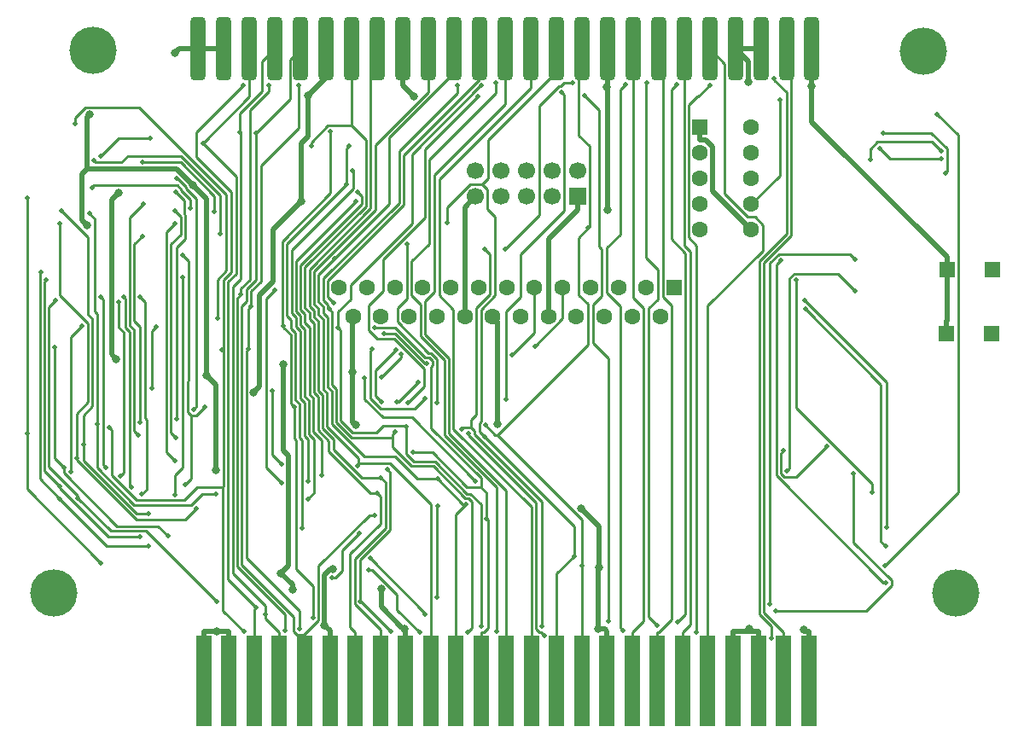
<source format=gbr>
%TF.GenerationSoftware,KiCad,Pcbnew,(6.0.2)*%
%TF.CreationDate,2022-12-30T16:08:33-06:00*%
%TF.ProjectId,REF1329_Altera,52454631-3332-4395-9f41-6c746572612e,rev?*%
%TF.SameCoordinates,Original*%
%TF.FileFunction,Copper,L2,Bot*%
%TF.FilePolarity,Positive*%
%FSLAX46Y46*%
G04 Gerber Fmt 4.6, Leading zero omitted, Abs format (unit mm)*
G04 Created by KiCad (PCBNEW (6.0.2)) date 2022-12-30 16:08:33*
%MOMM*%
%LPD*%
G01*
G04 APERTURE LIST*
G04 Aperture macros list*
%AMRoundRect*
0 Rectangle with rounded corners*
0 $1 Rounding radius*
0 $2 $3 $4 $5 $6 $7 $8 $9 X,Y pos of 4 corners*
0 Add a 4 corners polygon primitive as box body*
4,1,4,$2,$3,$4,$5,$6,$7,$8,$9,$2,$3,0*
0 Add four circle primitives for the rounded corners*
1,1,$1+$1,$2,$3*
1,1,$1+$1,$4,$5*
1,1,$1+$1,$6,$7*
1,1,$1+$1,$8,$9*
0 Add four rect primitives between the rounded corners*
20,1,$1+$1,$2,$3,$4,$5,0*
20,1,$1+$1,$4,$5,$6,$7,0*
20,1,$1+$1,$6,$7,$8,$9,0*
20,1,$1+$1,$8,$9,$2,$3,0*%
G04 Aperture macros list end*
%TA.AperFunction,SMDPad,CuDef*%
%ADD10RoundRect,0.375000X-0.375000X-2.750000X0.375000X-2.750000X0.375000X2.750000X-0.375000X2.750000X0*%
%TD*%
%TA.AperFunction,ComponentPad*%
%ADD11R,1.590000X1.590000*%
%TD*%
%TA.AperFunction,ComponentPad*%
%ADD12C,4.680000*%
%TD*%
%TA.AperFunction,ComponentPad*%
%ADD13R,1.600000X1.600000*%
%TD*%
%TA.AperFunction,ComponentPad*%
%ADD14C,1.600000*%
%TD*%
%TA.AperFunction,SMDPad,CuDef*%
%ADD15R,1.500000X9.000000*%
%TD*%
%TA.AperFunction,ComponentPad*%
%ADD16C,1.700000*%
%TD*%
%TA.AperFunction,ComponentPad*%
%ADD17R,1.700000X1.700000*%
%TD*%
%TA.AperFunction,ViaPad*%
%ADD18C,0.500000*%
%TD*%
%TA.AperFunction,ViaPad*%
%ADD19C,0.800000*%
%TD*%
%TA.AperFunction,Conductor*%
%ADD20C,0.250000*%
%TD*%
%TA.AperFunction,Conductor*%
%ADD21C,0.500000*%
%TD*%
G04 APERTURE END LIST*
D10*
%TO.P,J3,26,GND*%
%TO.N,/GND*%
X118842000Y-67717000D03*
%TO.P,J3,27,GND*%
X121379500Y-67717000D03*
%TO.P,J3,28,AD0*%
%TO.N,/AD0*%
X123917000Y-67717000D03*
%TO.P,J3,29,AD1*%
%TO.N,/AD1*%
X126454500Y-67717000D03*
%TO.P,J3,30,AD2*%
%TO.N,/AD2*%
X128992000Y-67717000D03*
%TO.P,J3,31,GND*%
%TO.N,/GND*%
X131529500Y-67717000D03*
%TO.P,J3,32,AD3*%
%TO.N,/AD3*%
X134067000Y-67717000D03*
%TO.P,J3,33,ALE_L*%
%TO.N,/ALE_L*%
X136604500Y-67717000D03*
%TO.P,J3,34,3.3V*%
%TO.N,/VCC*%
X139142000Y-67717000D03*
%TO.P,J3,35,ALE_H*%
%TO.N,/ALE_H*%
X141679500Y-67717000D03*
%TO.P,J3,36,AD4*%
%TO.N,/AD4*%
X144217000Y-67717000D03*
%TO.P,J3,37,AD5*%
%TO.N,/AD5*%
X146754500Y-67717000D03*
%TO.P,J3,38,12V*%
%TO.N,/12V_Rear*%
X149292000Y-67717000D03*
%TO.P,J3,39,12V*%
%TO.N,/UNUSED_Rear*%
X151829500Y-67717000D03*
%TO.P,J3,40,AD6*%
%TO.N,/AD6*%
X154367000Y-67717000D03*
%TO.P,J3,41,AD7*%
%TO.N,/AD7*%
X156904500Y-67717000D03*
%TO.P,J3,42,3.3V*%
%TO.N,/VCC*%
X159442000Y-67717000D03*
%TO.P,J3,43,CIC_14*%
%TO.N,/CIC_DATA2*%
X161979500Y-67717000D03*
%TO.P,J3,44,/INT1*%
%TO.N,/Unknown_1*%
X164517000Y-67717000D03*
%TO.P,J3,45,/NMI*%
%TO.N,/{slash}OS EVENT*%
X167054500Y-67717000D03*
%TO.P,J3,46,VIDEO_SYNC*%
%TO.N,/Unknown_2*%
X169592000Y-67717000D03*
%TO.P,J3,47,GND*%
%TO.N,/GND*%
X172129500Y-67717000D03*
%TO.P,J3,48,GND*%
X174667000Y-67717000D03*
%TO.P,J3,49,RAUDIO*%
%TO.N,/RAUDIO*%
X177204500Y-67717000D03*
%TO.P,J3,50,GND*%
%TO.N,/GND*%
X179742000Y-67717000D03*
%TD*%
D11*
%TO.P,SW1,1,1*%
%TO.N,/GND*%
X193086500Y-95977500D03*
X193126500Y-89627500D03*
%TO.P,SW1,2,2*%
%TO.N,/Button*%
X197572500Y-95980500D03*
X197611500Y-89628500D03*
%TD*%
D12*
%TO.P,Hole1,1*%
%TO.N,N/C*%
X108395000Y-67879000D03*
%TD*%
%TO.P,Hole2,1*%
%TO.N,N/C*%
X104544000Y-121691000D03*
%TD*%
D13*
%TO.P,U3,1,CA*%
%TO.N,/VCC*%
X168639500Y-75512500D03*
D14*
%TO.P,U3,2,F*%
%TO.N,/F*%
X168639500Y-78052500D03*
%TO.P,U3,3,G*%
%TO.N,/G*%
X168639500Y-80592500D03*
%TO.P,U3,4,E*%
%TO.N,/E*%
X168639500Y-83132500D03*
%TO.P,U3,5,D*%
%TO.N,/D*%
X168639500Y-85672500D03*
%TO.P,U3,6,CA*%
%TO.N,/VCC*%
X173719500Y-85672500D03*
%TO.P,U3,7,DP*%
%TO.N,/DP*%
X173719500Y-83132500D03*
%TO.P,U3,8,C*%
%TO.N,/C*%
X173719500Y-80592500D03*
%TO.P,U3,9,B*%
%TO.N,/B*%
X173719500Y-78052500D03*
%TO.P,U3,10,A*%
%TO.N,/A*%
X173719500Y-75512500D03*
%TD*%
D12*
%TO.P,Hole3,1*%
%TO.N,N/C*%
X190826000Y-67918000D03*
%TD*%
D15*
%TO.P,J4,26,GND*%
%TO.N,/GND*%
X119411500Y-130432000D03*
%TO.P,J4,27,GND*%
X121911500Y-130432000D03*
%TO.P,J4,28,AD0*%
%TO.N,/AD0*%
X124411500Y-130432000D03*
%TO.P,J4,29,AD1*%
%TO.N,/AD1*%
X126911500Y-130432000D03*
%TO.P,J4,30,AD2*%
%TO.N,/AD2*%
X129411500Y-130432000D03*
%TO.P,J4,31,GND*%
%TO.N,/GND*%
X131911500Y-130432000D03*
%TO.P,J4,32,AD3*%
%TO.N,/AD3*%
X134411500Y-130432000D03*
%TO.P,J4,33,ALE_L*%
%TO.N,/ALE_L*%
X136911500Y-130432000D03*
%TO.P,J4,34,3.3V*%
%TO.N,/VCC*%
X139411500Y-130432000D03*
%TO.P,J4,35,ALE_H*%
%TO.N,/ALE_H*%
X141911500Y-130432000D03*
%TO.P,J4,36,AD4*%
%TO.N,/AD4*%
X144411500Y-130432000D03*
%TO.P,J4,37,AD5*%
%TO.N,/AD5*%
X146911500Y-130432000D03*
%TO.P,J4,38,12V*%
%TO.N,/12V_Rear*%
X149411500Y-130432000D03*
%TO.P,J4,39,12V*%
%TO.N,/UNUSED_Rear*%
X151911500Y-130432000D03*
%TO.P,J4,40,AD6*%
%TO.N,/AD6*%
X154411500Y-130432000D03*
%TO.P,J4,41,AD7*%
%TO.N,/AD7*%
X156911500Y-130432000D03*
%TO.P,J4,42,3.3V*%
%TO.N,/VCC*%
X159411500Y-130432000D03*
%TO.P,J4,43,CIC_14*%
%TO.N,/CIC_DATA2*%
X161911500Y-130432000D03*
%TO.P,J4,44,/INT1*%
%TO.N,/Unknown_1*%
X164411500Y-130432000D03*
%TO.P,J4,45,/NMI*%
%TO.N,/{slash}OS EVENT*%
X166911500Y-130432000D03*
%TO.P,J4,46,VIDEO_SYNC*%
%TO.N,/Unknown_2*%
X169411500Y-130432000D03*
%TO.P,J4,47,GND*%
%TO.N,/GND*%
X171911500Y-130432000D03*
%TO.P,J4,48,GND*%
X174411500Y-130432000D03*
%TO.P,J4,49,RAUDIO*%
%TO.N,/RAUDIO*%
X176911500Y-130432000D03*
%TO.P,J4,50,GND*%
%TO.N,/GND*%
X179411500Y-130432000D03*
%TD*%
D12*
%TO.P,Hole4,1*%
%TO.N,N/C*%
X194001000Y-121736000D03*
%TD*%
D16*
%TO.P,J6,1,Pin_1*%
%TO.N,/TCK*%
X156510000Y-79820500D03*
D17*
%TO.P,J6,2,Pin_2*%
%TO.N,/GND*%
X156510000Y-82360500D03*
D16*
%TO.P,J6,3,Pin_3*%
%TO.N,/TDO*%
X153970000Y-79820500D03*
%TO.P,J6,4,Pin_4*%
%TO.N,/VCC*%
X153970000Y-82360500D03*
%TO.P,J6,5,Pin_5*%
%TO.N,/TMS*%
X151430000Y-79820500D03*
%TO.P,J6,6,Pin_6*%
%TO.N,unconnected-(J6-Pad6)*%
X151430000Y-82360500D03*
%TO.P,J6,7,Pin_7*%
%TO.N,unconnected-(J6-Pad7)*%
X148890000Y-79820500D03*
%TO.P,J6,8,Pin_8*%
%TO.N,unconnected-(J6-Pad8)*%
X148890000Y-82360500D03*
%TO.P,J6,9,Pin_9*%
%TO.N,/TDI*%
X146350000Y-79820500D03*
%TO.P,J6,10,Pin_10*%
%TO.N,/GND*%
X146350000Y-82360500D03*
%TD*%
D13*
%TO.P,J1,1,1*%
%TO.N,unconnected-(J1-Pad1)*%
X166066000Y-91391700D03*
D14*
%TO.P,J1,2,2*%
%TO.N,/PPort_2*%
X163296000Y-91391700D03*
%TO.P,J1,3,3*%
%TO.N,/PPort_3*%
X160526000Y-91391700D03*
%TO.P,J1,4,4*%
%TO.N,/PPort_4*%
X157756000Y-91391700D03*
%TO.P,J1,5,5*%
%TO.N,/PPort_5*%
X154986000Y-91391700D03*
%TO.P,J1,6,6*%
%TO.N,/PPort_6*%
X152216000Y-91391700D03*
%TO.P,J1,7,7*%
%TO.N,unconnected-(J1-Pad7)*%
X149446000Y-91391700D03*
%TO.P,J1,8,8*%
%TO.N,unconnected-(J1-Pad8)*%
X146676000Y-91391700D03*
%TO.P,J1,9,9*%
%TO.N,unconnected-(J1-Pad9)*%
X143906000Y-91391700D03*
%TO.P,J1,10,10*%
%TO.N,/PPort_10*%
X141136000Y-91391700D03*
%TO.P,J1,11,11*%
%TO.N,/PPort_11*%
X138366000Y-91391700D03*
%TO.P,J1,12,12*%
%TO.N,/PPort_12*%
X135596000Y-91391700D03*
%TO.P,J1,13,13*%
%TO.N,/PPort_13*%
X132826000Y-91391700D03*
%TO.P,J1,14,P14*%
%TO.N,unconnected-(J1-Pad14)*%
X164681000Y-94231700D03*
%TO.P,J1,15,P15*%
%TO.N,/PPort_15*%
X161911000Y-94231700D03*
%TO.P,J1,16,P16*%
%TO.N,unconnected-(J1-Pad16)*%
X159141000Y-94231700D03*
%TO.P,J1,17,P17*%
%TO.N,unconnected-(J1-Pad17)*%
X156371000Y-94231700D03*
%TO.P,J1,18,P18*%
%TO.N,/GND*%
X153601000Y-94231700D03*
%TO.P,J1,19,P19*%
X150831000Y-94231700D03*
%TO.P,J1,20,P20*%
X148061000Y-94231700D03*
%TO.P,J1,21,P21*%
X145291000Y-94231700D03*
%TO.P,J1,22,P22*%
X142521000Y-94231700D03*
%TO.P,J1,23,P23*%
X139751000Y-94231700D03*
%TO.P,J1,24,P24*%
X136981000Y-94231700D03*
%TO.P,J1,25,P25*%
X134211000Y-94231700D03*
%TD*%
D18*
%TO.N,/A18*%
X109210500Y-92354900D03*
X109653900Y-109277700D03*
%TO.N,/A16*%
X110959000Y-92829500D03*
X111158600Y-110139300D03*
%TO.N,/A15*%
X111476900Y-92357200D03*
X112263600Y-111228700D03*
%TO.N,/A12*%
X113091000Y-92318700D03*
X113267000Y-111914000D03*
%TO.N,/A7*%
X116509100Y-111928200D03*
X117296300Y-90359900D03*
%TO.N,/A6*%
X119521600Y-103250000D03*
X117296300Y-88204400D03*
X117531600Y-110965700D03*
%TO.N,/A5*%
X113086900Y-104795800D03*
X113302400Y-86287000D03*
%TO.N,/A4*%
X116518900Y-85016000D03*
X116526600Y-108544000D03*
%TO.N,/A3*%
X116636400Y-106272300D03*
X116521100Y-83784000D03*
%TO.N,/A2*%
X113399100Y-83107300D03*
X112886000Y-106001000D03*
%TO.N,/A1*%
X116711600Y-104414000D03*
X116584500Y-81879200D03*
%TO.N,/A0*%
X118389900Y-103462000D03*
X116668600Y-80584200D03*
%TO.N,/AD0*%
X119294100Y-77075000D03*
X124609000Y-123164200D03*
%TO.N,/AD1*%
X142496200Y-122169800D03*
X123003100Y-76019600D03*
X125513500Y-123833700D03*
X142598200Y-113085200D03*
%TO.N,/AD2*%
X124550500Y-76067600D03*
X136370300Y-113979800D03*
D19*
%TO.N,/GND*%
X110730900Y-98490500D03*
X134184100Y-99813200D03*
X148576500Y-104932100D03*
X134462600Y-105062400D03*
X132242400Y-119332600D03*
X179744000Y-71451000D03*
X131355600Y-124889600D03*
X124341500Y-101787500D03*
X173493200Y-125295900D03*
X116555300Y-68138000D03*
X120727000Y-125481900D03*
X178963700Y-125315800D03*
X129034700Y-82885200D03*
X110975200Y-81995500D03*
X129753500Y-72326400D03*
X173405100Y-70993100D03*
D18*
%TO.N,/AD3*%
X114069700Y-76616700D03*
X109159900Y-78371600D03*
X130050500Y-77340800D03*
X136600900Y-111774000D03*
%TO.N,/AD4*%
X121060300Y-86088200D03*
X108481100Y-78753100D03*
X142598000Y-110372200D03*
X132395400Y-88529300D03*
X145431300Y-112878800D03*
%TO.N,/AD5*%
X120790700Y-94421400D03*
X136324500Y-95370500D03*
X140199400Y-107774000D03*
X106671500Y-75130200D03*
X132290900Y-92954400D03*
X147481800Y-114318000D03*
%TO.N,/AD6*%
X113302900Y-78927700D03*
X120475600Y-83842700D03*
X156183500Y-118024900D03*
X147306800Y-106243000D03*
X143554300Y-84923700D03*
%TO.N,/AD7*%
X108304400Y-81488700D03*
X156911500Y-119014700D03*
X147348900Y-105057100D03*
X118082900Y-83483200D03*
X157552000Y-85499500D03*
%TO.N,/A10*%
X108044900Y-84024700D03*
X120609800Y-111871800D03*
X108829700Y-104966000D03*
%TO.N,/Output_Enable*%
X132100600Y-120182700D03*
X101886100Y-82476000D03*
X109198400Y-118724200D03*
X134814700Y-115805000D03*
X101854500Y-105893400D03*
%TO.N,/A11*%
X107462500Y-106986300D03*
X105298100Y-83783000D03*
X113879700Y-113847800D03*
%TO.N,/A9*%
X105086300Y-85015000D03*
X118626400Y-113324500D03*
X106772800Y-108298700D03*
%TO.N,/A8*%
X106188100Y-109668900D03*
X107295600Y-95194000D03*
X127105500Y-110774000D03*
X126457500Y-91610200D03*
%TO.N,/A13*%
X113050200Y-116150900D03*
X105097300Y-111124000D03*
X103716300Y-90668400D03*
%TO.N,/A14*%
X105102100Y-112355000D03*
X103266200Y-89866200D03*
X113911300Y-117012000D03*
%TO.N,/A17*%
X105504000Y-109243200D03*
X115840400Y-116074600D03*
X104614700Y-97361300D03*
%TO.N,/{slash}write*%
X104652300Y-92690000D03*
X120706900Y-122583300D03*
X137926900Y-125526600D03*
X134949800Y-122583300D03*
X106929300Y-112285800D03*
X137595600Y-109422000D03*
D19*
%TO.N,/VCC*%
X119655300Y-100117500D03*
X159418000Y-71460000D03*
X120625500Y-109495800D03*
X127301700Y-99048000D03*
X156848600Y-113316500D03*
X140214800Y-72408900D03*
X118334900Y-81246800D03*
X108041300Y-74228200D03*
X159491400Y-83673400D03*
X107829800Y-85233400D03*
X158573700Y-125270300D03*
X137014100Y-121320000D03*
X158627800Y-119200100D03*
X139314200Y-125260700D03*
X128229100Y-121333000D03*
X127077600Y-119741600D03*
D18*
%TO.N,/AD8*%
X114258600Y-101378500D03*
X155985000Y-71087000D03*
X147292900Y-87573300D03*
X149326300Y-87573300D03*
X114678000Y-95310100D03*
X144999300Y-105412200D03*
X152937600Y-124965000D03*
%TO.N,/AD9*%
X154903400Y-71974000D03*
X149354100Y-102510800D03*
X153180500Y-125897200D03*
X145654800Y-105833100D03*
%TO.N,/AD10*%
X146965600Y-125009500D03*
X132709300Y-95349500D03*
X146952300Y-71326400D03*
X139510200Y-105198000D03*
%TO.N,/AD11*%
X138397400Y-105726600D03*
X145611900Y-125606900D03*
X131827700Y-93529600D03*
X144529000Y-71320000D03*
%TO.N,/AD12*%
X131957800Y-75871200D03*
X127326300Y-95173500D03*
X130215000Y-124142100D03*
X128352000Y-103208900D03*
%TO.N,/AD13*%
X123780200Y-97521200D03*
X128814000Y-71303100D03*
X141389300Y-102378600D03*
X136125900Y-97521200D03*
X128924600Y-125283100D03*
X124041600Y-93215500D03*
%TO.N,/AD14*%
X125837200Y-71299500D03*
X142569400Y-102864300D03*
X127493700Y-125431500D03*
X123087300Y-92087200D03*
X139539200Y-87063700D03*
%TO.N,/AD15*%
X121231300Y-97566700D03*
X123389500Y-125557100D03*
X141512500Y-98901000D03*
X123289500Y-71332100D03*
X137316200Y-95934100D03*
X109999100Y-105268100D03*
%TO.N,/{slash}read_bottom*%
X135717900Y-119380300D03*
X140811400Y-125606900D03*
%TO.N,/{slash}COLD_RESET*%
X135893500Y-118263100D03*
X166429800Y-124556900D03*
X166286000Y-71240000D03*
X141326800Y-123842700D03*
%TO.N,/ALE_L*%
X136984500Y-110244600D03*
%TO.N,/ALE_H*%
X134682500Y-109048000D03*
%TO.N,/Button*%
X135362900Y-100329600D03*
X177285100Y-109607500D03*
X146313400Y-110577100D03*
X184051200Y-91719800D03*
%TO.N,/PPort_3*%
X140664600Y-100811300D03*
X138554700Y-102778000D03*
%TO.N,/PPort_4*%
X138482000Y-97536800D03*
X137059500Y-102736300D03*
%TO.N,/PPort_5*%
X138989800Y-98019400D03*
X137066900Y-100293200D03*
X152242500Y-97225800D03*
%TO.N,/PPort_6*%
X150005800Y-98089400D03*
%TO.N,/74HC164_DSA_DSB*%
X184020400Y-88597600D03*
X175536400Y-122808300D03*
%TO.N,/74HC164_CP*%
X187013000Y-118972700D03*
X192140200Y-74172700D03*
%TO.N,/74HC04*%
X183879400Y-109836400D03*
X176111600Y-123450000D03*
%TO.N,/{slash}read_top*%
X139612200Y-102829400D03*
X146567900Y-72448400D03*
%TO.N,/DP*%
X176589900Y-72806600D03*
%TO.N,/PPort_10*%
X187173200Y-115165500D03*
X179037900Y-92690000D03*
%TO.N,/PPort_11*%
X178206900Y-90651500D03*
X185717700Y-111736000D03*
%TO.N,/PPort_12*%
X179085500Y-93551000D03*
X187029900Y-117028700D03*
%TO.N,/PPort_13*%
X187072700Y-120685300D03*
X176641200Y-88695700D03*
%TO.N,/12V_Front*%
X148368600Y-71090800D03*
X148442800Y-125505200D03*
%TO.N,/UNUSED_Front*%
X157189300Y-72304800D03*
X159577300Y-124465700D03*
%TO.N,/CIC_DATA1*%
X161222000Y-71240000D03*
X160967000Y-125441600D03*
%TO.N,/1.6MHZ*%
X163331000Y-71082000D03*
X164396100Y-124942900D03*
%TO.N,/S_DAT*%
X169611000Y-71291500D03*
X168312300Y-125606900D03*
%TO.N,/LAUDIO*%
X176018648Y-70616400D03*
X175711998Y-126181400D03*
%TO.N,/74HC04-374*%
X176947700Y-107603000D03*
X181224400Y-107155700D03*
%TO.N,/Q1*%
X192993800Y-80025000D03*
X186827900Y-76041600D03*
%TO.N,/Q2*%
X192531400Y-78621800D03*
X186475300Y-77589300D03*
%TO.N,/Q3*%
X185540100Y-78676000D03*
X192529400Y-77807900D03*
%TO.N,/TDO*%
X133837100Y-77325700D03*
X129170100Y-115274000D03*
X133585800Y-81147400D03*
%TO.N,/TMS*%
X134668700Y-81938300D03*
X131129700Y-109999000D03*
%TO.N,/TDI*%
X129754800Y-110591000D03*
X134137900Y-79820500D03*
%TO.N,/TCK*%
X129754800Y-112350100D03*
X134463400Y-82874200D03*
%TO.N,/CLK*%
X126185200Y-101649700D03*
X127108400Y-108908800D03*
%TD*%
D20*
%TO.N,/A18*%
X109414400Y-92558800D02*
X109414400Y-109038200D01*
X109210500Y-92354900D02*
X109414400Y-92558800D01*
X109414400Y-109038200D02*
X109653900Y-109277700D01*
%TO.N,/A16*%
X110959000Y-95328000D02*
X111498300Y-95867300D01*
X111498300Y-109799600D02*
X111158600Y-110139300D01*
X110959000Y-92829500D02*
X110959000Y-95328000D01*
X111498300Y-95867300D02*
X111498300Y-109799600D01*
%TO.N,/A15*%
X111476900Y-92357200D02*
X111602000Y-92482300D01*
X111602000Y-95334400D02*
X112052000Y-95784400D01*
X112052000Y-111017100D02*
X112263600Y-111228700D01*
X111602000Y-92482300D02*
X111602000Y-95334400D01*
X112052000Y-95784400D02*
X112052000Y-111017100D01*
%TO.N,/A12*%
X113584800Y-104378100D02*
X113713100Y-104506400D01*
X113584800Y-92812500D02*
X113584800Y-104378100D01*
X113713100Y-111467900D02*
X113267000Y-111914000D01*
X113713100Y-104506400D02*
X113713100Y-111467900D01*
X113091000Y-92318700D02*
X113584800Y-92812500D01*
%TO.N,/A7*%
X117296300Y-109238600D02*
X117296300Y-90359900D01*
X116509100Y-111928200D02*
X116509100Y-110025800D01*
X116509100Y-110025800D02*
X117296300Y-109238600D01*
%TO.N,/A6*%
X117895300Y-100587100D02*
X117895300Y-88803400D01*
X117895300Y-88803400D02*
X117296300Y-88204400D01*
X118171900Y-104110200D02*
X117814700Y-103753000D01*
X117814700Y-100667700D02*
X117895300Y-100587100D01*
X117814700Y-103753000D02*
X117814700Y-100667700D01*
X118171900Y-104110200D02*
X118171900Y-110325400D01*
X118171900Y-104110200D02*
X118661400Y-104110200D01*
X118661400Y-104110200D02*
X119521600Y-103250000D01*
X118171900Y-110325400D02*
X117531600Y-110965700D01*
%TO.N,/A5*%
X112502200Y-94736500D02*
X113086900Y-95321200D01*
X112502200Y-87087200D02*
X112502200Y-94736500D01*
X113302400Y-86287000D02*
X112502200Y-87087200D01*
X113086900Y-95321200D02*
X113086900Y-104795800D01*
%TO.N,/A4*%
X115683500Y-85851400D02*
X115683500Y-107700900D01*
X115683500Y-107700900D02*
X116526600Y-108544000D01*
X116518900Y-85016000D02*
X115683500Y-85851400D01*
%TO.N,/A3*%
X117094100Y-84357000D02*
X117094100Y-86106800D01*
X116136500Y-105772400D02*
X116636400Y-106272300D01*
X116136500Y-87064400D02*
X116136500Y-105772400D01*
X117094100Y-86106800D02*
X116136500Y-87064400D01*
X116521100Y-83784000D02*
X117094100Y-84357000D01*
%TO.N,/A2*%
X112052100Y-95147800D02*
X112502200Y-95597900D01*
X112052100Y-84454300D02*
X112052100Y-95147800D01*
X112502200Y-95597900D02*
X112502200Y-105617200D01*
X112502200Y-105617200D02*
X112886000Y-106001000D01*
X113399100Y-83107300D02*
X112052100Y-84454300D01*
%TO.N,/A1*%
X117578100Y-84204300D02*
X117465600Y-84091800D01*
X117465600Y-82760300D02*
X116584500Y-81879200D01*
X116711600Y-87444100D02*
X117578100Y-86577600D01*
X117578100Y-86577600D02*
X117578100Y-84204300D01*
X116711600Y-104414000D02*
X116711600Y-87444100D01*
X117465600Y-84091800D02*
X117465600Y-82760300D01*
%TO.N,/A0*%
X117609800Y-81547000D02*
X117609800Y-81441000D01*
X117609800Y-81441000D02*
X116753000Y-80584200D01*
X118667600Y-103184300D02*
X118667600Y-82604800D01*
X118389900Y-103462000D02*
X118667600Y-103184300D01*
X116753000Y-80584200D02*
X116668600Y-80584200D01*
X118667600Y-82604800D02*
X117609800Y-81547000D01*
%TO.N,/AD0*%
X122602800Y-90054700D02*
X121816000Y-90841500D01*
X119294100Y-77075000D02*
X122602800Y-80383700D01*
X122602800Y-80383700D02*
X122602800Y-90054700D01*
X121816000Y-90841500D02*
X121816000Y-120371200D01*
X124411500Y-130432000D02*
X124411500Y-123361700D01*
X123917000Y-72452100D02*
X119294100Y-77075000D01*
X121816000Y-120371200D02*
X124609000Y-123164200D01*
X124411500Y-123361700D02*
X124609000Y-123164200D01*
X123917000Y-67717000D02*
X123917000Y-72452100D01*
%TO.N,/AD1*%
X125513500Y-124208900D02*
X125513500Y-123833700D01*
X123058700Y-76075200D02*
X123003100Y-76019600D01*
X142496200Y-122169800D02*
X142496200Y-113187200D01*
X123058700Y-90553600D02*
X123058700Y-76075200D01*
X125193800Y-68977700D02*
X125193800Y-71942700D01*
X125513500Y-123833700D02*
X125513500Y-122972300D01*
X125193800Y-71942700D02*
X123003100Y-74133400D01*
X126911500Y-125606900D02*
X125513500Y-124208900D01*
X123003100Y-74133400D02*
X123003100Y-76019600D01*
X126911500Y-130432000D02*
X126911500Y-125606900D01*
X122266100Y-119724900D02*
X122266100Y-91346200D01*
X125513500Y-122972300D02*
X122266100Y-119724900D01*
X126454500Y-67717000D02*
X125193800Y-68977700D01*
X142496200Y-113187200D02*
X142598200Y-113085200D01*
X122266100Y-91346200D02*
X123058700Y-90553600D01*
%TO.N,/AD2*%
X124550500Y-90653400D02*
X123662400Y-91541500D01*
X127950500Y-72667600D02*
X127950500Y-68758500D01*
X130790100Y-119016300D02*
X130790100Y-124380400D01*
X124550500Y-76067600D02*
X124550500Y-90653400D01*
X135826600Y-113979800D02*
X130790100Y-119016300D01*
X128349500Y-124075000D02*
X128349500Y-125521300D01*
X123662400Y-91541500D02*
X123662400Y-92736900D01*
X129411500Y-130432000D02*
X129411500Y-128328400D01*
X136370300Y-113979800D02*
X135826600Y-113979800D01*
X130790100Y-124380400D02*
X129312300Y-125858200D01*
X128349500Y-125521300D02*
X128686400Y-125858200D01*
X123166300Y-118891800D02*
X128349500Y-124075000D01*
X128686400Y-125858200D02*
X129312300Y-125858200D01*
X124550500Y-76067600D02*
X127950500Y-72667600D01*
X123662400Y-92736900D02*
X123166300Y-93233000D01*
X123166300Y-93233000D02*
X123166300Y-118891800D01*
X129411500Y-128328400D02*
X129411500Y-125957400D01*
X129411500Y-125957400D02*
X129312300Y-125858200D01*
X127950500Y-68758500D02*
X128992000Y-67717000D01*
D21*
%TO.N,/GND*%
X172129500Y-67717000D02*
X173405100Y-68992600D01*
X131365200Y-124880000D02*
X131365200Y-119911500D01*
X116976300Y-67717000D02*
X116555300Y-68138000D01*
X174411500Y-130432000D02*
X174411500Y-125481900D01*
X131911500Y-130432000D02*
X131911500Y-125481900D01*
X174667000Y-67717000D02*
X172129500Y-67717000D01*
X148061000Y-94231700D02*
X148576500Y-94747200D01*
X173493200Y-125481900D02*
X171911500Y-125481900D01*
X145291000Y-83419500D02*
X146350000Y-82360500D01*
X134211000Y-94231700D02*
X134184100Y-94258600D01*
X124925400Y-101203600D02*
X124341500Y-101787500D01*
X148576500Y-94747200D02*
X148576500Y-104932100D01*
X145291000Y-94231700D02*
X145291000Y-83419500D01*
X174411500Y-125481900D02*
X173493200Y-125481900D01*
X131355600Y-124889600D02*
X131365200Y-124880000D01*
X129034700Y-77114700D02*
X129034700Y-82885200D01*
X171911500Y-130432000D02*
X171911500Y-125481900D01*
X124925400Y-92152000D02*
X124925400Y-101203600D01*
X131529500Y-67717000D02*
X131529500Y-70550400D01*
X119411500Y-130432000D02*
X119411500Y-125481900D01*
X120727000Y-125481900D02*
X119411500Y-125481900D01*
X110258900Y-98018500D02*
X110730900Y-98490500D01*
X153601000Y-86569600D02*
X153601000Y-94231700D01*
X156510000Y-82360500D02*
X156510000Y-83660600D01*
X134184100Y-104783900D02*
X134184100Y-99813200D01*
X118842000Y-67717000D02*
X116976300Y-67717000D01*
X121911500Y-130432000D02*
X121911500Y-125481900D01*
X126284600Y-85635300D02*
X126284600Y-90792800D01*
X131365200Y-119911500D02*
X131944100Y-119332600D01*
X131944100Y-119332600D02*
X132242400Y-119332600D01*
X110258900Y-82711800D02*
X110258900Y-98018500D01*
X179742000Y-74997900D02*
X179742000Y-67717000D01*
X179744000Y-71451000D02*
X179742000Y-71449000D01*
X179411500Y-125481900D02*
X179129800Y-125481900D01*
X134184100Y-94258600D02*
X134184100Y-99813200D01*
X131911500Y-125445500D02*
X131911500Y-125481900D01*
X193126500Y-89627500D02*
X193126500Y-88382400D01*
X129753500Y-72326400D02*
X129753500Y-76395900D01*
X131355600Y-124889600D02*
X131911500Y-125445500D01*
X173405100Y-68992600D02*
X173405100Y-70993100D01*
X131529500Y-70550400D02*
X129753500Y-72326400D01*
X179742000Y-71449000D02*
X179742000Y-67717000D01*
X179411500Y-130432000D02*
X179411500Y-125481900D01*
X121911500Y-125481900D02*
X120727000Y-125481900D01*
X193126500Y-94692400D02*
X193086500Y-94732400D01*
X179129800Y-125481900D02*
X178963700Y-125315800D01*
X193126500Y-89627500D02*
X193126500Y-94692400D01*
X126284600Y-90792800D02*
X124925400Y-92152000D01*
X156510000Y-83660600D02*
X153601000Y-86569600D01*
X173493200Y-125295900D02*
X173493200Y-125481900D01*
X121379500Y-67717000D02*
X118842000Y-67717000D01*
X129034700Y-82885200D02*
X126284600Y-85635300D01*
X193086500Y-95977500D02*
X193086500Y-94732400D01*
X129753500Y-76395900D02*
X129034700Y-77114700D01*
X134462600Y-105062400D02*
X134184100Y-104783900D01*
X110975200Y-81995500D02*
X110258900Y-82711800D01*
X193126500Y-88382400D02*
X179742000Y-74997900D01*
D20*
%TO.N,/AD3*%
X131817200Y-107632600D02*
X131817200Y-106625600D01*
X129883600Y-93839600D02*
X129448500Y-93404500D01*
X136600900Y-111774000D02*
X136945400Y-112118500D01*
X135500800Y-83337500D02*
X135500800Y-76729900D01*
X130333700Y-94937600D02*
X129883600Y-94487500D01*
X134067000Y-75296100D02*
X131719600Y-75296100D01*
X109159900Y-78371600D02*
X110914800Y-76616700D01*
X136945400Y-114806300D02*
X133924600Y-117827100D01*
X129883600Y-94487500D02*
X129883600Y-93839600D01*
X130333700Y-101830800D02*
X130333700Y-94937600D01*
X130727500Y-102224600D02*
X130333700Y-101830800D01*
X135500800Y-76729900D02*
X134067000Y-75296100D01*
X131719600Y-75296100D02*
X130050500Y-76965200D01*
X129448500Y-93404500D02*
X129448500Y-89389800D01*
X134411500Y-130432000D02*
X134411500Y-125606900D01*
X110914800Y-76616700D02*
X114069700Y-76616700D01*
X136600900Y-111774000D02*
X135958600Y-111774000D01*
X135958600Y-111774000D02*
X131817200Y-107632600D01*
X133924600Y-125120000D02*
X134411500Y-125606900D01*
X133924600Y-117827100D02*
X133924600Y-125120000D01*
X136945400Y-112118500D02*
X136945400Y-114806300D01*
X129448500Y-89389800D02*
X135500800Y-83337500D01*
X134067000Y-75296100D02*
X134067000Y-67717000D01*
X130050500Y-76965200D02*
X130050500Y-77340800D01*
X131817200Y-106625600D02*
X130727500Y-105535900D01*
X130727500Y-105535900D02*
X130727500Y-102224600D01*
%TO.N,/AD4*%
X117143100Y-78333400D02*
X111842700Y-78333400D01*
X131684000Y-101271300D02*
X131684000Y-94378000D01*
X131248800Y-93942800D02*
X131248800Y-93295000D01*
X131248800Y-93295000D02*
X130798800Y-92845000D01*
X142598000Y-110372200D02*
X140545600Y-110372200D01*
X145431300Y-112878800D02*
X144411500Y-113898600D01*
X144411500Y-113898600D02*
X144411500Y-130432000D01*
X108674800Y-78946800D02*
X108481100Y-78753100D01*
X130798800Y-92845000D02*
X130798800Y-90125900D01*
X137788300Y-83136400D02*
X132395400Y-88529300D01*
X140545600Y-110372200D02*
X138367000Y-108193600D01*
X144217000Y-67717000D02*
X144217000Y-70080900D01*
X132077800Y-104976400D02*
X132077800Y-101665100D01*
X145431300Y-112878800D02*
X145104600Y-112878800D01*
X121060300Y-86088200D02*
X121060300Y-82250600D01*
X130798800Y-90125900D02*
X132395400Y-88529300D01*
X145104600Y-112878800D02*
X142598000Y-110372200D01*
X121060300Y-82250600D02*
X117143100Y-78333400D01*
X135295000Y-108193600D02*
X132077800Y-104976400D01*
X138367000Y-108193600D02*
X135295000Y-108193600D01*
X144217000Y-70080900D02*
X137788300Y-76509600D01*
X131684000Y-94378000D02*
X131248800Y-93942800D01*
X137788300Y-76509600D02*
X137788300Y-83136400D01*
X132077800Y-101665100D02*
X131684000Y-101271300D01*
X111842700Y-78333400D02*
X111229300Y-78946800D01*
X111229300Y-78946800D02*
X108674800Y-78946800D01*
%TO.N,/AD5*%
X107683600Y-73503000D02*
X112949400Y-73503000D01*
X146911500Y-130432000D02*
X146911500Y-125606900D01*
X142087600Y-99139300D02*
X142087600Y-98662700D01*
X106671500Y-74515100D02*
X107683600Y-73503000D01*
X146898100Y-111205900D02*
X147481800Y-111789600D01*
X146754500Y-67717000D02*
X146754500Y-70710800D01*
X147577900Y-114414100D02*
X147481800Y-114318000D01*
X147577900Y-125210600D02*
X147577900Y-114414100D01*
X147481800Y-111789600D02*
X147481800Y-114318000D01*
X121646000Y-89738300D02*
X120790700Y-90593600D01*
X121646000Y-82199600D02*
X121646000Y-89738300D01*
X146911500Y-125606900D02*
X147181600Y-125606900D01*
X120790700Y-90593600D02*
X120790700Y-94421400D01*
X145518400Y-111205900D02*
X146898100Y-111205900D01*
X141974000Y-105392200D02*
X141974000Y-99252900D01*
X139230200Y-83158200D02*
X131699000Y-90689400D01*
X139230200Y-78235100D02*
X139230200Y-83158200D01*
X106671500Y-75130200D02*
X106671500Y-74515100D01*
X131699000Y-90689400D02*
X131699000Y-92362500D01*
X141974000Y-99252900D02*
X142087600Y-99139300D01*
X140199400Y-107774000D02*
X142086500Y-107774000D01*
X146898100Y-111205900D02*
X146898100Y-110316300D01*
X141750800Y-98325900D02*
X141383000Y-98325900D01*
X136336000Y-95359000D02*
X136324500Y-95370500D01*
X131699000Y-92362500D02*
X132290900Y-92954400D01*
X147181600Y-125606900D02*
X147577900Y-125210600D01*
X146754500Y-70710800D02*
X139230200Y-78235100D01*
X146898100Y-110316300D02*
X141974000Y-105392200D01*
X141383000Y-98325900D02*
X138416100Y-95359000D01*
X138416100Y-95359000D02*
X136336000Y-95359000D01*
X112949400Y-73503000D02*
X121646000Y-82199600D01*
X142087600Y-98662700D02*
X141750800Y-98325900D01*
X142086500Y-107774000D02*
X145518400Y-111205900D01*
%TO.N,/AD6*%
X120475600Y-82302600D02*
X117100700Y-78927700D01*
X148320800Y-84360800D02*
X148320800Y-92184400D01*
X145806800Y-81168400D02*
X143554300Y-83420900D01*
X154411500Y-130432000D02*
X154411500Y-119796900D01*
X147013500Y-81168400D02*
X147539900Y-81694800D01*
X147620000Y-80561900D02*
X147013500Y-81168400D01*
X154411500Y-119796900D02*
X156183500Y-118024900D01*
X148320800Y-92184400D02*
X146935800Y-93569400D01*
X147539900Y-83579900D02*
X148320800Y-84360800D01*
X146773800Y-105710000D02*
X147306800Y-106243000D01*
X147539900Y-81694800D02*
X147539900Y-83579900D01*
X120475600Y-83842700D02*
X120475600Y-82302600D01*
X147306800Y-106243000D02*
X156183500Y-115119700D01*
X146935800Y-93569400D02*
X146935800Y-104656900D01*
X143554300Y-83420900D02*
X143554300Y-84923700D01*
X146773800Y-104818900D02*
X146773800Y-105710000D01*
X154367000Y-69964200D02*
X147620000Y-76711200D01*
X146935800Y-104656900D02*
X146773800Y-104818900D01*
X154367000Y-67717000D02*
X154367000Y-69964200D01*
X147620000Y-76711200D02*
X147620000Y-80561900D01*
X156183500Y-115119700D02*
X156183500Y-118024900D01*
X147013500Y-81168400D02*
X145806800Y-81168400D01*
X117100700Y-78927700D02*
X113302900Y-78927700D01*
%TO.N,/AD7*%
X117159700Y-81627500D02*
X117159700Y-81733500D01*
X156584000Y-92116700D02*
X157507200Y-93039900D01*
X156584000Y-86467500D02*
X156584000Y-92116700D01*
X108533200Y-81259900D02*
X116792100Y-81259900D01*
X157507200Y-93039900D02*
X157507200Y-97066300D01*
X148294800Y-106003000D02*
X147348900Y-105057100D01*
X148570500Y-106003000D02*
X148570500Y-106063800D01*
X157552000Y-85499500D02*
X156584000Y-86467500D01*
X117159700Y-81733500D02*
X118082900Y-82656700D01*
X116792100Y-81259900D02*
X117159700Y-81627500D01*
X157703900Y-77382100D02*
X156609500Y-76287700D01*
X148570500Y-106063800D02*
X156911500Y-114404800D01*
X157703900Y-85347600D02*
X157703900Y-77382100D01*
X156911500Y-130432000D02*
X156911500Y-119014700D01*
X108304400Y-81488700D02*
X108533200Y-81259900D01*
X156911500Y-114404800D02*
X156911500Y-119014700D01*
X157507200Y-97066300D02*
X148570500Y-106003000D01*
X118082900Y-82656700D02*
X118082900Y-83483200D01*
X148570500Y-106003000D02*
X148294800Y-106003000D01*
X157552000Y-85499500D02*
X157703900Y-85347600D01*
X156609500Y-76287700D02*
X156609500Y-68012000D01*
X156609500Y-68012000D02*
X156904500Y-67717000D01*
%TO.N,/A10*%
X112507500Y-112964900D02*
X108829700Y-109287100D01*
X108829700Y-94004700D02*
X108829700Y-104966000D01*
X108829700Y-109287100D02*
X108829700Y-104966000D01*
X118172700Y-112964900D02*
X112507500Y-112964900D01*
X108044900Y-84024700D02*
X108618100Y-84597900D01*
X108618100Y-84597900D02*
X108618100Y-93793100D01*
X108618100Y-93793100D02*
X108829700Y-94004700D01*
X119265800Y-111871800D02*
X118172700Y-112964900D01*
X120609800Y-111871800D02*
X119265800Y-111871800D01*
%TO.N,/Output_Enable*%
X132459800Y-120182700D02*
X132100600Y-120182700D01*
X101854500Y-105893400D02*
X101854500Y-111380300D01*
X133173700Y-119468800D02*
X132459800Y-120182700D01*
X101854500Y-111380300D02*
X109198400Y-118724200D01*
X133173700Y-117446000D02*
X133173700Y-119468800D01*
X101886100Y-82476000D02*
X101886100Y-105861800D01*
X134814700Y-115805000D02*
X133173700Y-117446000D01*
X101886100Y-105861800D02*
X101854500Y-105893400D01*
%TO.N,/A11*%
X107462500Y-106986300D02*
X107462500Y-104062400D01*
X108339000Y-94469000D02*
X107932700Y-94062700D01*
X107462500Y-106986300D02*
X107462500Y-108556500D01*
X107932700Y-86417600D02*
X105298100Y-83783000D01*
X107462500Y-104062400D02*
X108339000Y-103185900D01*
X107462500Y-108556500D02*
X112753800Y-113847800D01*
X112753800Y-113847800D02*
X113879700Y-113847800D01*
X108339000Y-103185900D02*
X108339000Y-94469000D01*
X107932700Y-94062700D02*
X107932700Y-86417600D01*
%TO.N,/A9*%
X105086300Y-92171100D02*
X107888900Y-94973700D01*
X105086300Y-85015000D02*
X105086300Y-92171100D01*
X106772800Y-108506700D02*
X106772800Y-108298700D01*
X117521800Y-114429100D02*
X112695200Y-114429100D01*
X118626400Y-113324500D02*
X117521800Y-114429100D01*
X107888900Y-102774300D02*
X106772800Y-103890400D01*
X106772800Y-103890400D02*
X106772800Y-108298700D01*
X112695200Y-114429100D02*
X106772800Y-108506700D01*
X107888900Y-94973700D02*
X107888900Y-102774300D01*
%TO.N,/A8*%
X125600500Y-92467200D02*
X126457500Y-91610200D01*
X125600500Y-109269000D02*
X125600500Y-92467200D01*
X106188100Y-96301500D02*
X106188100Y-109668900D01*
X107295600Y-95194000D02*
X106188100Y-96301500D01*
X127105500Y-110774000D02*
X125600500Y-109269000D01*
%TO.N,/A13*%
X103579900Y-109606600D02*
X105097300Y-111124000D01*
X103716300Y-90668400D02*
X103579900Y-90804800D01*
X113050200Y-116150900D02*
X109926400Y-116150900D01*
X105097300Y-111321800D02*
X105097300Y-111124000D01*
X103579900Y-90804800D02*
X103579900Y-109606600D01*
X109926400Y-116150900D02*
X105097300Y-111321800D01*
%TO.N,/A14*%
X103129800Y-110382700D02*
X103129800Y-90002600D01*
X109759100Y-117012000D02*
X113911300Y-117012000D01*
X103129800Y-90002600D02*
X103266200Y-89866200D01*
X105102100Y-112355000D02*
X103129800Y-110382700D01*
X105102100Y-112355000D02*
X109759100Y-117012000D01*
%TO.N,/A17*%
X114869900Y-115104100D02*
X115840400Y-116074600D01*
X105504000Y-109803800D02*
X110804300Y-115104100D01*
X105504000Y-109243200D02*
X105504000Y-109803800D01*
X110804300Y-115104100D02*
X114869900Y-115104100D01*
X105504000Y-109243200D02*
X104614700Y-108353900D01*
X104614700Y-108353900D02*
X104614700Y-97361300D01*
%TO.N,/{slash}write*%
X104030000Y-93312300D02*
X104652300Y-92690000D01*
X134949800Y-118393300D02*
X137899900Y-115443200D01*
X137899900Y-115443200D02*
X137899900Y-109726300D01*
X106929300Y-112052700D02*
X104030000Y-109153400D01*
X110209700Y-115566200D02*
X106929300Y-112285800D01*
X137926900Y-125526600D02*
X134983600Y-122583300D01*
X106929300Y-112285800D02*
X106929300Y-112052700D01*
X134949800Y-122583300D02*
X134949800Y-118393300D01*
X134983600Y-122583300D02*
X134949800Y-122583300D01*
X113689800Y-115566200D02*
X110209700Y-115566200D01*
X120706900Y-122583300D02*
X113689800Y-115566200D01*
X104030000Y-109153400D02*
X104030000Y-93312300D01*
X137899900Y-109726300D02*
X137595600Y-109422000D01*
D21*
%TO.N,/VCC*%
X119655300Y-100117500D02*
X120625500Y-101087700D01*
X139411500Y-130432000D02*
X139411500Y-125481900D01*
X119655300Y-82567200D02*
X119655300Y-100117500D01*
X107781000Y-79576300D02*
X107844900Y-79640200D01*
X139142000Y-71336100D02*
X139142000Y-67717000D01*
X173719500Y-85672500D02*
X169889600Y-81842600D01*
X159411500Y-125481900D02*
X159199900Y-125270300D01*
X159491400Y-83673400D02*
X159491400Y-71223000D01*
X127077600Y-119741600D02*
X127818200Y-119001000D01*
X169186500Y-76762600D02*
X168639500Y-76762600D01*
X139215900Y-125260700D02*
X139215900Y-125162400D01*
X139215900Y-125260700D02*
X139314200Y-125260700D01*
X168639500Y-75512500D02*
X168639500Y-76762600D01*
X127301700Y-107592500D02*
X127301700Y-99048000D01*
X159491400Y-71223000D02*
X159442000Y-71173600D01*
X107335200Y-80149900D02*
X107335200Y-84738800D01*
X169889600Y-77465700D02*
X169186500Y-76762600D01*
X120625500Y-101087700D02*
X120625500Y-109495800D01*
X159442000Y-71173600D02*
X159442000Y-67717000D01*
X139411500Y-125481900D02*
X139215900Y-125286300D01*
X137014100Y-123084500D02*
X137014100Y-121320000D01*
X107844900Y-79640200D02*
X116728300Y-79640200D01*
X108041300Y-74228200D02*
X107781000Y-74488500D01*
X140214800Y-72408900D02*
X139142000Y-71336100D01*
X159411500Y-130432000D02*
X159411500Y-125481900D01*
X127818200Y-119001000D02*
X127818200Y-108109000D01*
X159442000Y-71436000D02*
X159442000Y-71173600D01*
X118334900Y-81246800D02*
X119655300Y-82567200D01*
X158573700Y-119254200D02*
X158627800Y-119200100D01*
X158627800Y-119200100D02*
X158627800Y-115095700D01*
X158573700Y-125270300D02*
X158573700Y-119254200D01*
X139215900Y-125286300D02*
X139215900Y-125260700D01*
X107781000Y-74488500D02*
X107781000Y-79576300D01*
X159199900Y-125270300D02*
X158573700Y-125270300D01*
X127077600Y-119741600D02*
X128229100Y-120893100D01*
X107844900Y-79640200D02*
X107335200Y-80149900D01*
X139215900Y-125162400D02*
X139092000Y-125162400D01*
X116728300Y-79640200D02*
X118334900Y-81246800D01*
X159418000Y-71460000D02*
X159442000Y-71436000D01*
X107335200Y-84738800D02*
X107829800Y-85233400D01*
X169889600Y-81842600D02*
X169889600Y-77465700D01*
X127818200Y-108109000D02*
X127301700Y-107592500D01*
X139092000Y-125162400D02*
X137014100Y-123084500D01*
X128229100Y-120893100D02*
X128229100Y-121333000D01*
X158627800Y-115095700D02*
X156848600Y-113316500D01*
D20*
%TO.N,/AD8*%
X154844400Y-71398900D02*
X154665200Y-71398900D01*
X147823000Y-88103400D02*
X147823000Y-92045500D01*
X147292900Y-87573300D02*
X147823000Y-88103400D01*
X145893100Y-104518400D02*
X145893100Y-105258000D01*
X114258600Y-95729500D02*
X114258600Y-101378500D01*
X146416200Y-93452300D02*
X146416200Y-103995300D01*
X146229900Y-105979300D02*
X146229900Y-105594800D01*
X152700000Y-84199600D02*
X149326300Y-87573300D01*
X114678000Y-95310100D02*
X114258600Y-95729500D01*
X145893100Y-105258000D02*
X145153500Y-105258000D01*
X155985000Y-71087000D02*
X155156300Y-71087000D01*
X146229900Y-105594800D02*
X145893100Y-105258000D01*
X152937600Y-124965000D02*
X152937600Y-112687000D01*
X152937600Y-112687000D02*
X146229900Y-105979300D01*
X146416200Y-103995300D02*
X145893100Y-104518400D01*
X154665200Y-71398900D02*
X152700000Y-73364100D01*
X152700000Y-73364100D02*
X152700000Y-84199600D01*
X147823000Y-92045500D02*
X146416200Y-93452300D01*
X145153500Y-105258000D02*
X144999300Y-105412200D01*
X155156300Y-71087000D02*
X154844400Y-71398900D01*
%TO.N,/AD9*%
X154903400Y-71974000D02*
X155155800Y-72226400D01*
X145654800Y-106040900D02*
X152361600Y-112747700D01*
X150831000Y-92302400D02*
X149354100Y-93779300D01*
X155155800Y-72226400D02*
X155155800Y-83744200D01*
X152852900Y-125569600D02*
X153180500Y-125897200D01*
X145654800Y-105833100D02*
X145654800Y-106040900D01*
X152361600Y-112747700D02*
X152361600Y-125245400D01*
X152361600Y-125245400D02*
X152685800Y-125569600D01*
X155155800Y-83744200D02*
X150831000Y-88069000D01*
X150831000Y-88069000D02*
X150831000Y-92302400D01*
X152685800Y-125569600D02*
X152852900Y-125569600D01*
X149354100Y-93779300D02*
X149354100Y-102510800D01*
%TO.N,/AD10*%
X132709300Y-93804100D02*
X133951200Y-92562200D01*
X133951200Y-91133200D02*
X140057300Y-85027100D01*
X140246100Y-108674100D02*
X139510200Y-107938200D01*
X132978000Y-104603500D02*
X132978000Y-95618200D01*
X139510200Y-107938200D02*
X139510200Y-105198000D01*
X137188800Y-105136000D02*
X136518100Y-105806700D01*
X132709300Y-95349500D02*
X132709300Y-93804100D01*
X136518100Y-105806700D02*
X134181200Y-105806700D01*
X142350000Y-108674100D02*
X140246100Y-108674100D01*
X133951200Y-92562200D02*
X133951200Y-91133200D01*
X146906600Y-112904100D02*
X145856100Y-111853600D01*
X146952300Y-71326500D02*
X146952300Y-71326400D01*
X145529500Y-111853600D02*
X142350000Y-108674100D01*
X139448200Y-105136000D02*
X137188800Y-105136000D01*
X146965600Y-125009500D02*
X146906600Y-124950500D01*
X139510200Y-105198000D02*
X139448200Y-105136000D01*
X132978000Y-95618200D02*
X132709300Y-95349500D01*
X140057300Y-78145800D02*
X146876600Y-71326500D01*
X146906600Y-124950500D02*
X146906600Y-112904100D01*
X134181200Y-105806700D02*
X132978000Y-104603500D01*
X145856100Y-111853600D02*
X145529500Y-111853600D01*
X146876600Y-71326500D02*
X146952300Y-71326500D01*
X140057300Y-85027100D02*
X140057300Y-78145800D01*
%TO.N,/AD11*%
X140005000Y-109124300D02*
X138127200Y-107246500D01*
X131248900Y-90502900D02*
X131248900Y-92658400D01*
X132134100Y-101084800D02*
X132134100Y-93836000D01*
X131699000Y-93108500D02*
X131699000Y-93400900D01*
X132527900Y-101478600D02*
X132134100Y-101084800D01*
X134047200Y-106309200D02*
X132527900Y-104789900D01*
X144529000Y-71320000D02*
X144529000Y-72123700D01*
X145611900Y-125606900D02*
X146037800Y-125181000D01*
X146037800Y-112671900D02*
X145669600Y-112303700D01*
X146037800Y-125181000D02*
X146037800Y-112671900D01*
X131699000Y-93400900D02*
X131827700Y-93529600D01*
X132134100Y-93836000D02*
X131827700Y-93529600D01*
X138127200Y-105996800D02*
X138397400Y-105726600D01*
X138127200Y-106309200D02*
X138127200Y-105996800D01*
X145669600Y-112303700D02*
X145343100Y-112303700D01*
X144529000Y-72123700D02*
X138780100Y-77872600D01*
X145343100Y-112303700D02*
X142163700Y-109124300D01*
X138127200Y-106309200D02*
X134047200Y-106309200D01*
X131248900Y-92658400D02*
X131699000Y-93108500D01*
X138780100Y-82971700D02*
X131248900Y-90502900D01*
X138127200Y-107246500D02*
X138127200Y-106309200D01*
X142163700Y-109124300D02*
X140005000Y-109124300D01*
X132527900Y-104789900D02*
X132527900Y-101478600D01*
X138780100Y-77872600D02*
X138780100Y-82971700D01*
%TO.N,/AD12*%
X128352000Y-106364000D02*
X128352000Y-103208900D01*
X127198000Y-95045200D02*
X127326300Y-95173500D01*
X128533200Y-119315500D02*
X128533200Y-106545200D01*
X127326300Y-95338200D02*
X128026900Y-96038800D01*
X130215000Y-124142100D02*
X130215000Y-120997300D01*
X128533200Y-106545200D02*
X128352000Y-106364000D01*
X127198000Y-86794400D02*
X127198000Y-95045200D01*
X128026900Y-96038800D02*
X128026900Y-102883800D01*
X128026900Y-102883800D02*
X128352000Y-103208900D01*
X130215000Y-120997300D02*
X128533200Y-119315500D01*
X131957800Y-82034600D02*
X127198000Y-86794400D01*
X127326300Y-95173500D02*
X127326300Y-95338200D01*
X131957800Y-75871200D02*
X131957800Y-82034600D01*
%TO.N,/AD13*%
X136916100Y-103406300D02*
X140361600Y-103406300D01*
X135938200Y-102428400D02*
X136916100Y-103406300D01*
X124112500Y-93144600D02*
X124041600Y-93215500D01*
X128924600Y-123521300D02*
X123616400Y-118213100D01*
X123616400Y-118213100D02*
X123616400Y-97685000D01*
X136125900Y-97521200D02*
X135938200Y-97708900D01*
X124041600Y-93215500D02*
X123780200Y-93476900D01*
X135938200Y-97708900D02*
X135938200Y-102428400D01*
X128814000Y-71303100D02*
X128814000Y-75570200D01*
X125060500Y-79323700D02*
X125060500Y-90780000D01*
X128924600Y-125283100D02*
X128924600Y-123521300D01*
X123616400Y-97685000D02*
X123780200Y-97521200D01*
X140361600Y-103406300D02*
X141389300Y-102378600D01*
X128814000Y-75570200D02*
X125060500Y-79323700D01*
X124112500Y-91728000D02*
X124112500Y-93144600D01*
X123780200Y-93476900D02*
X123780200Y-97521200D01*
X125060500Y-90780000D02*
X124112500Y-91728000D01*
%TO.N,/AD14*%
X123087300Y-91480000D02*
X123975300Y-90592000D01*
X139539200Y-92514200D02*
X139539200Y-87063700D01*
X125837200Y-71936100D02*
X125837200Y-71299500D01*
X127493700Y-123855800D02*
X127493700Y-125431500D01*
X142569400Y-102864300D02*
X142569400Y-98507900D01*
X123087300Y-92087200D02*
X122716200Y-92458300D01*
X123087300Y-92087200D02*
X123087300Y-91480000D01*
X122716200Y-92458300D02*
X122716200Y-119078300D01*
X141937300Y-97875800D02*
X141683500Y-97875800D01*
X138619800Y-94812100D02*
X138619800Y-93433600D01*
X123975300Y-73798000D02*
X125837200Y-71936100D01*
X141683500Y-97875800D02*
X138619800Y-94812100D01*
X138619800Y-93433600D02*
X139539200Y-92514200D01*
X142569400Y-98507900D02*
X141937300Y-97875800D01*
X123975300Y-90592000D02*
X123975300Y-73798000D01*
X122716200Y-119078300D02*
X127493700Y-123855800D01*
%TO.N,/AD15*%
X141512500Y-98901000D02*
X141321600Y-98901000D01*
X118667800Y-75953800D02*
X118667800Y-78453200D01*
X121365900Y-97566700D02*
X121365900Y-111093000D01*
X122127400Y-81912800D02*
X122127400Y-89893500D01*
X121365900Y-111093000D02*
X121244400Y-111214500D01*
X121365900Y-90655000D02*
X121365900Y-97566700D01*
X121282000Y-111252100D02*
X121244400Y-111214500D01*
X112709000Y-112503400D02*
X110261800Y-110056200D01*
X110261800Y-105530800D02*
X109999100Y-105268100D01*
X123289500Y-71332100D02*
X118667800Y-75953800D01*
X121282000Y-123449600D02*
X121282000Y-111252100D01*
X118742500Y-111214500D02*
X117453600Y-112503400D01*
X121244400Y-111214500D02*
X118742500Y-111214500D01*
X118667800Y-78453200D02*
X122127400Y-81912800D01*
X123389500Y-125557100D02*
X121282000Y-123449600D01*
X122127400Y-89893500D02*
X121365900Y-90655000D01*
X141321600Y-98901000D02*
X138354700Y-95934100D01*
X121365900Y-97566700D02*
X121231300Y-97566700D01*
X117453600Y-112503400D02*
X112709000Y-112503400D01*
X110261800Y-110056200D02*
X110261800Y-105530800D01*
X138354700Y-95934100D02*
X137316200Y-95934100D01*
%TO.N,/{slash}read_bottom*%
X138580200Y-123375700D02*
X138580200Y-121860600D01*
X138580200Y-121860600D02*
X136099900Y-119380300D01*
X140811400Y-125606900D02*
X138580200Y-123375700D01*
X136099900Y-119380300D02*
X135717900Y-119380300D01*
%TO.N,/{slash}COLD_RESET*%
X166286000Y-71240000D02*
X165785800Y-71740200D01*
X141326800Y-123696400D02*
X135893500Y-118263100D01*
X167200000Y-88012800D02*
X167200000Y-123786700D01*
X141326800Y-123842700D02*
X141326800Y-123696400D01*
X165785800Y-71740200D02*
X165785800Y-86598600D01*
X167200000Y-123786700D02*
X166429800Y-124556900D01*
X165785800Y-86598600D02*
X167200000Y-88012800D01*
%TO.N,/ALE_L*%
X130333700Y-93653100D02*
X129898600Y-93218000D01*
X130783800Y-101644300D02*
X130783800Y-94751000D01*
X131177600Y-105349400D02*
X131177600Y-102038100D01*
X136984500Y-110244600D02*
X137424900Y-110685000D01*
X137424900Y-110685000D02*
X137424900Y-115281500D01*
X135950900Y-68370600D02*
X136604500Y-67717000D01*
X137424900Y-115281500D02*
X134374700Y-118331700D01*
X129898600Y-93218000D02*
X129898600Y-89576300D01*
X129898600Y-89576300D02*
X135950900Y-83524000D01*
X134374700Y-122821400D02*
X136911500Y-125358200D01*
X132267300Y-107446100D02*
X132267300Y-106439100D01*
X135950900Y-83524000D02*
X135950900Y-68370600D01*
X131177600Y-102038100D02*
X130783800Y-101644300D01*
X130333700Y-94300900D02*
X130333700Y-93653100D01*
X135065800Y-110244600D02*
X132267300Y-107446100D01*
X132267300Y-106439100D02*
X131177600Y-105349400D01*
X136984500Y-110244600D02*
X135065800Y-110244600D01*
X136911500Y-125358200D02*
X136911500Y-130432000D01*
X134374700Y-118331700D02*
X134374700Y-122821400D01*
X130783800Y-94751000D02*
X130333700Y-94300900D01*
%TO.N,/ALE_H*%
X134779300Y-108837300D02*
X134779300Y-108314500D01*
X131627700Y-101851600D02*
X131233900Y-101457800D01*
X131627700Y-105162900D02*
X131627700Y-101851600D01*
X134779300Y-108951200D02*
X134779300Y-108837300D01*
X130790500Y-94121100D02*
X130790500Y-93473300D01*
X134682500Y-109048000D02*
X134779300Y-108951200D01*
X130348700Y-89762800D02*
X136401000Y-83710500D01*
X136401000Y-77248200D02*
X141679500Y-71969700D01*
X134779300Y-108837300D02*
X137856700Y-108837300D01*
X141911500Y-112892100D02*
X141911500Y-130432000D01*
X131233900Y-94564500D02*
X130790500Y-94121100D01*
X136401000Y-83710500D02*
X136401000Y-77248200D01*
X137856700Y-108837300D02*
X141911500Y-112892100D01*
X141679500Y-71969700D02*
X141679500Y-67717000D01*
X130790500Y-93473300D02*
X130348700Y-93031500D01*
X134779300Y-108314500D02*
X131627700Y-105162900D01*
X131233900Y-101457800D02*
X131233900Y-94564500D01*
X130348700Y-93031500D02*
X130348700Y-89762800D01*
%TO.N,/Button*%
X177968400Y-90034100D02*
X177522800Y-90479700D01*
X184051200Y-91719800D02*
X182365500Y-90034100D01*
X182365500Y-90034100D02*
X177968400Y-90034100D01*
X137176900Y-104304500D02*
X140040800Y-104304500D01*
X140040800Y-104304500D02*
X146313400Y-110577100D01*
X135362900Y-102490500D02*
X137176900Y-104304500D01*
X177522800Y-109369800D02*
X177285100Y-109607500D01*
X135362900Y-100329600D02*
X135362900Y-102490500D01*
X177522800Y-90479700D02*
X177522800Y-109369800D01*
%TO.N,/PPort_3*%
X138697900Y-102778000D02*
X138554700Y-102778000D01*
X140664600Y-100811300D02*
X138697900Y-102778000D01*
%TO.N,/PPort_4*%
X136444400Y-99574400D02*
X138482000Y-97536800D01*
X136444400Y-102121200D02*
X136444400Y-99574400D01*
X137059500Y-102736300D02*
X136444400Y-102121200D01*
%TO.N,/PPort_5*%
X154986000Y-94482300D02*
X152242500Y-97225800D01*
X137066900Y-100293200D02*
X138989800Y-98370300D01*
X138989800Y-98370300D02*
X138989800Y-98019400D01*
X154986000Y-91391700D02*
X154986000Y-94482300D01*
%TO.N,/PPort_6*%
X152216000Y-95879200D02*
X150005800Y-98089400D01*
X152216000Y-91391700D02*
X152216000Y-95879200D01*
%TO.N,/74HC164_DSA_DSB*%
X184020400Y-88597600D02*
X183486600Y-88063800D01*
X176449000Y-88063800D02*
X175536400Y-88976400D01*
X183486600Y-88063800D02*
X176449000Y-88063800D01*
X175536400Y-88976400D02*
X175536400Y-122808300D01*
%TO.N,/74HC164_CP*%
X194246700Y-111739000D02*
X187013000Y-118972700D01*
X192140200Y-74172700D02*
X194246700Y-76279200D01*
X194246700Y-76279200D02*
X194246700Y-111739000D01*
%TO.N,/74HC04*%
X183879400Y-109836400D02*
X183879400Y-116678600D01*
X187647800Y-120923600D02*
X185121400Y-123450000D01*
X185121400Y-123450000D02*
X176111600Y-123450000D01*
X183879400Y-116678600D02*
X187647800Y-120447000D01*
X187647800Y-120447000D02*
X187647800Y-120923600D01*
%TO.N,/{slash}read_top*%
X141239700Y-99455700D02*
X138295500Y-96511500D01*
X137183200Y-91733900D02*
X137183200Y-88605000D01*
X141239700Y-101201900D02*
X141239700Y-99455700D01*
X139612200Y-102829400D02*
X141239700Y-101201900D01*
X135725500Y-95653400D02*
X135725500Y-93191600D01*
X135725500Y-93191600D02*
X137183200Y-91733900D01*
X138295500Y-96511500D02*
X136583600Y-96511500D01*
X141311500Y-77704800D02*
X146567900Y-72448400D01*
X136583600Y-96511500D02*
X135725500Y-95653400D01*
X141311500Y-84476700D02*
X141311500Y-77704800D01*
X137183200Y-88605000D02*
X141311500Y-84476700D01*
%TO.N,/DP*%
X173719500Y-83132500D02*
X176589900Y-80262100D01*
X176589900Y-80262100D02*
X176589900Y-72806600D01*
%TO.N,/PPort_10*%
X187173200Y-115165500D02*
X187173200Y-100825300D01*
X187173200Y-100825300D02*
X179037900Y-92690000D01*
%TO.N,/PPort_11*%
X178206900Y-103324900D02*
X178206900Y-90651500D01*
X185717700Y-110835700D02*
X178206900Y-103324900D01*
X185717700Y-111736000D02*
X185717700Y-110835700D01*
%TO.N,/PPort_12*%
X186598000Y-116596800D02*
X187029900Y-117028700D01*
X186598000Y-101063500D02*
X186598000Y-116596800D01*
X179085500Y-93551000D02*
X186598000Y-101063500D01*
%TO.N,/PPort_13*%
X176191100Y-89145800D02*
X176191100Y-110023700D01*
X176641200Y-88695700D02*
X176191100Y-89145800D01*
X186852700Y-120685300D02*
X187072700Y-120685300D01*
X176191100Y-110023700D02*
X186852700Y-120685300D01*
%TO.N,/12V_Rear*%
X143714400Y-105859400D02*
X143714400Y-98379800D01*
X142261100Y-91857700D02*
X142261100Y-80208000D01*
X141362700Y-92756100D02*
X142261100Y-91857700D01*
X143714400Y-98379800D02*
X141362700Y-96028100D01*
X149411500Y-130432000D02*
X149411500Y-125606900D01*
X141362700Y-96028100D02*
X141362700Y-92756100D01*
X149411500Y-111556500D02*
X143714400Y-105859400D01*
X149411500Y-125606900D02*
X149411500Y-111556500D01*
X149292000Y-73177100D02*
X149292000Y-67717000D01*
X142261100Y-80208000D02*
X149292000Y-73177100D01*
%TO.N,/UNUSED_Rear*%
X142746000Y-92174600D02*
X144164500Y-93593100D01*
X151911500Y-113167700D02*
X151911500Y-130432000D01*
X142746000Y-80675200D02*
X142746000Y-92174600D01*
X151829500Y-71591700D02*
X142746000Y-80675200D01*
X144164500Y-105420700D02*
X151911500Y-113167700D01*
X151829500Y-67717000D02*
X151829500Y-71591700D01*
X144164500Y-93593100D02*
X144164500Y-105420700D01*
%TO.N,/CIC_DATA2*%
X161911500Y-130432000D02*
X161911500Y-125606900D01*
X161979500Y-67717000D02*
X161979500Y-92370800D01*
X163041500Y-93432800D02*
X163041500Y-124476900D01*
X161979500Y-92370800D02*
X163041500Y-93432800D01*
X163041500Y-124476900D02*
X161911500Y-125606900D01*
%TO.N,/Unknown_1*%
X164940900Y-92326300D02*
X165820200Y-93205600D01*
X164411500Y-130432000D02*
X164411500Y-125606900D01*
X165820200Y-124332200D02*
X164545500Y-125606900D01*
X164517000Y-67717000D02*
X164940900Y-68140900D01*
X165820200Y-93205600D02*
X165820200Y-124332200D01*
X164545500Y-125606900D02*
X164411500Y-125606900D01*
X164940900Y-68140900D02*
X164940900Y-92326300D01*
%TO.N,/{slash}OS EVENT*%
X167054500Y-67717000D02*
X167054500Y-87230600D01*
X166911500Y-130432000D02*
X166911500Y-125606900D01*
X167680400Y-124838000D02*
X166911500Y-125606900D01*
X167680400Y-87856500D02*
X167680400Y-124838000D01*
X167054500Y-87230600D02*
X167680400Y-87856500D01*
%TO.N,/Unknown_2*%
X174075800Y-84402500D02*
X174846500Y-85173200D01*
X173364600Y-84402500D02*
X174075800Y-84402500D01*
X171052900Y-69177900D02*
X171052900Y-82090800D01*
X169592000Y-67717000D02*
X171052900Y-69177900D01*
X171052900Y-82090800D02*
X173364600Y-84402500D01*
X169411500Y-93191500D02*
X169411500Y-125606900D01*
X169411500Y-130432000D02*
X169411500Y-125606900D01*
X174846500Y-85173200D02*
X174846500Y-87756500D01*
X174846500Y-87756500D02*
X169411500Y-93191500D01*
%TO.N,/RAUDIO*%
X176911500Y-130432000D02*
X176911500Y-125606900D01*
X177654600Y-86221600D02*
X174961300Y-88914900D01*
X174961300Y-88914900D02*
X174961300Y-123656700D01*
X177654600Y-68167100D02*
X177654600Y-86221600D01*
X177204500Y-67717000D02*
X177654600Y-68167100D01*
X174961300Y-123656700D02*
X176911500Y-125606900D01*
%TO.N,/12V_Front*%
X140912500Y-96214500D02*
X140912500Y-93097500D01*
X140008500Y-88790900D02*
X141761700Y-87037700D01*
X148442800Y-111224300D02*
X143264300Y-106045800D01*
X140008500Y-92193500D02*
X140008500Y-88790900D01*
X140912500Y-93097500D02*
X140008500Y-92193500D01*
X143264300Y-106045800D02*
X143264300Y-98566300D01*
X141761700Y-87037700D02*
X141761700Y-78717500D01*
X148442800Y-125505200D02*
X148442800Y-111224300D01*
X141761700Y-78717500D02*
X148368600Y-72110600D01*
X143264300Y-98566300D02*
X140912500Y-96214500D01*
X148368600Y-72110600D02*
X148368600Y-71090800D01*
%TO.N,/UNUSED_Front*%
X158882200Y-92261400D02*
X158882200Y-87594900D01*
X158015800Y-96871200D02*
X158015800Y-93127800D01*
X159577300Y-98432700D02*
X158015800Y-96871200D01*
X158654600Y-73770100D02*
X157189300Y-72304800D01*
X158015800Y-93127800D02*
X158882200Y-92261400D01*
X159577300Y-124465700D02*
X159577300Y-98432700D01*
X158882200Y-87594900D02*
X158654600Y-87367300D01*
X158654600Y-87367300D02*
X158654600Y-73770100D01*
%TO.N,/CIC_DATA1*%
X160723700Y-93248500D02*
X160723700Y-125198300D01*
X160710800Y-86113100D02*
X159388600Y-87435300D01*
X159388600Y-87435300D02*
X159388600Y-91913400D01*
X161222000Y-71240000D02*
X160710800Y-71751200D01*
X160723700Y-125198300D02*
X160967000Y-125441600D01*
X159388600Y-91913400D02*
X160723700Y-93248500D01*
X160710800Y-71751200D02*
X160710800Y-86113100D01*
%TO.N,/1.6MHZ*%
X163548200Y-124095000D02*
X164396100Y-124942900D01*
X163331000Y-71082000D02*
X163248300Y-71164700D01*
X163248300Y-88422200D02*
X164421200Y-89595100D01*
X164421200Y-92562200D02*
X163548200Y-93435200D01*
X163248300Y-71164700D02*
X163248300Y-88422200D01*
X164421200Y-89595100D02*
X164421200Y-92562200D01*
X163548200Y-93435200D02*
X163548200Y-124095000D01*
%TO.N,/S_DAT*%
X168323300Y-72442600D02*
X167514300Y-73251600D01*
X168459900Y-72442600D02*
X168323300Y-72442600D01*
X167514300Y-86417200D02*
X168312300Y-87215200D01*
X167514300Y-73251600D02*
X167514300Y-86417200D01*
X168312300Y-87215200D02*
X168312300Y-125606900D01*
X169611000Y-71291500D02*
X168459900Y-72442600D01*
%TO.N,/LAUDIO*%
X175701800Y-125033900D02*
X175701800Y-126171202D01*
X174511200Y-123843300D02*
X175701800Y-125033900D01*
X176018648Y-70616400D02*
X176018648Y-70841548D01*
X175701800Y-126171202D02*
X175711998Y-126181400D01*
X174511200Y-88728400D02*
X174511200Y-123843300D01*
X177204500Y-86035100D02*
X174511200Y-88728400D01*
X176018648Y-70841548D02*
X177204500Y-72027400D01*
X177204500Y-72027400D02*
X177204500Y-86035100D01*
%TO.N,/74HC04-374*%
X176641200Y-109821700D02*
X176641200Y-107909500D01*
X176641200Y-107909500D02*
X176947700Y-107603000D01*
X177008200Y-110188700D02*
X176641200Y-109821700D01*
X178191400Y-110188700D02*
X177008200Y-110188700D01*
X181224400Y-107155700D02*
X178191400Y-110188700D01*
%TO.N,/Q1*%
X191576800Y-76041600D02*
X193169900Y-77634700D01*
X193169900Y-79848900D02*
X192993800Y-80025000D01*
X193169900Y-77634700D02*
X193169900Y-79848900D01*
X186827900Y-76041600D02*
X191576800Y-76041600D01*
%TO.N,/Q2*%
X187507800Y-78621800D02*
X192531400Y-78621800D01*
X186475300Y-77589300D02*
X187507800Y-78621800D01*
%TO.N,/Q3*%
X185540100Y-78676000D02*
X185540100Y-77657500D01*
X185540100Y-77657500D02*
X186243700Y-76953900D01*
X191675400Y-76953900D02*
X192529400Y-77807900D01*
X186243700Y-76953900D02*
X191675400Y-76953900D01*
%TO.N,/TDO*%
X127648100Y-94150500D02*
X128083200Y-94585600D01*
X133562800Y-81147400D02*
X127648100Y-87062100D01*
X128083200Y-94585600D02*
X128083200Y-95458500D01*
X133562800Y-81147400D02*
X133585800Y-81147400D01*
X129170100Y-106545500D02*
X129170100Y-115274000D01*
X128083200Y-95458500D02*
X128477000Y-95852300D01*
X133562800Y-77600000D02*
X133837100Y-77325700D01*
X128927100Y-106302500D02*
X129170100Y-106545500D01*
X128927100Y-102970700D02*
X128927100Y-106302500D01*
X128477000Y-102520600D02*
X128927100Y-102970700D01*
X127648100Y-87062100D02*
X127648100Y-94150500D01*
X128477000Y-95852300D02*
X128477000Y-102520600D01*
X133562800Y-81147400D02*
X133562800Y-77600000D01*
%TO.N,/TMS*%
X134668700Y-81938300D02*
X135050700Y-82320300D01*
X129433500Y-94898800D02*
X129883600Y-95348900D01*
X135050700Y-83111700D02*
X128998400Y-89164000D01*
X129883600Y-102017300D02*
X130277400Y-102411100D01*
X129883600Y-95348900D02*
X129883600Y-102017300D01*
X130277400Y-102411100D02*
X130277400Y-105722400D01*
X135050700Y-82320300D02*
X135050700Y-83111700D01*
X131129700Y-106574700D02*
X131129700Y-109999000D01*
X128998400Y-89164000D02*
X128998400Y-93591000D01*
X128998400Y-93591000D02*
X129433500Y-94026100D01*
X130277400Y-105722400D02*
X131129700Y-106574700D01*
X129433500Y-94026100D02*
X129433500Y-94898800D01*
%TO.N,/TDI*%
X128978800Y-102385700D02*
X129377200Y-102784100D01*
X128533300Y-95272000D02*
X128978800Y-95717500D01*
X128098200Y-93964000D02*
X128533300Y-94399100D01*
X129754800Y-106493600D02*
X129754800Y-110591000D01*
X129377200Y-106116000D02*
X129754800Y-106493600D01*
X134222500Y-81571200D02*
X128098200Y-87695500D01*
X128533300Y-94399100D02*
X128533300Y-95272000D01*
X128098200Y-87695500D02*
X128098200Y-93964000D01*
X134137900Y-79820500D02*
X134222500Y-79905100D01*
X129377200Y-102784100D02*
X129377200Y-106116000D01*
X134222500Y-79905100D02*
X134222500Y-81571200D01*
X128978800Y-95717500D02*
X128978800Y-102385700D01*
%TO.N,/TCK*%
X128548300Y-93777500D02*
X128983400Y-94212600D01*
X129433500Y-95535600D02*
X129433500Y-102203800D01*
X130381600Y-111723300D02*
X129754800Y-112350100D01*
X129827300Y-102597600D02*
X129827300Y-105929500D01*
X134463400Y-82874200D02*
X128548300Y-88789300D01*
X128983400Y-95085500D02*
X129433500Y-95535600D01*
X129827300Y-105929500D02*
X130381600Y-106483800D01*
X130381600Y-106483800D02*
X130381600Y-111723300D01*
X128548300Y-88789300D02*
X128548300Y-93777500D01*
X128983400Y-94212600D02*
X128983400Y-95085500D01*
X129433500Y-102203800D02*
X129827300Y-102597600D01*
%TO.N,/CLK*%
X126185200Y-107985600D02*
X126185200Y-101649700D01*
X127108400Y-108908800D02*
X126185200Y-107985600D01*
%TD*%
M02*

</source>
